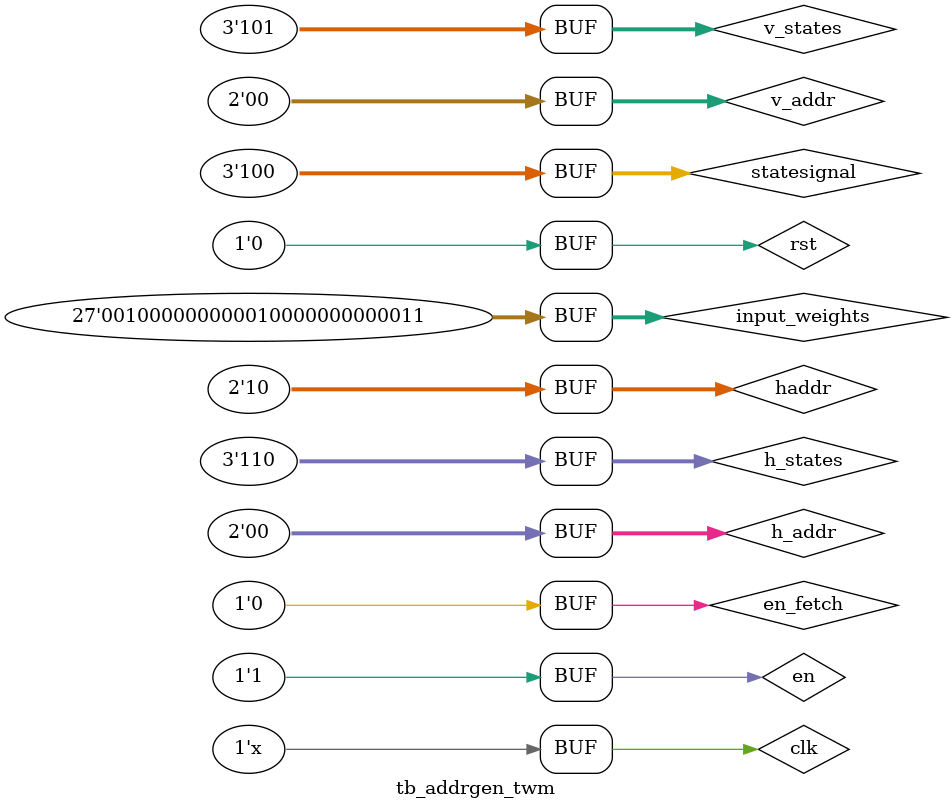
<source format=sv>

`timescale 1ns / 1ps


module tb_addrgen_twm();
    
    logic clk;
    logic rst;
    logic en;
    logic [2:0] statesignal;
    logic [1:0] haddr;
    logic [1:0] haddr_ff;
    logic [1:0] v_addr;
    logic [1:0] h_addr;
    logic [26:0] input_weights;
    logic [26:0] output_weights_vh;
    logic [26:0] output_weights_hv;
    logic [2:0] v_states;
    logic [2:0] h_states;
    logic en_fetch;
    logic [1:0] addr_fetch;
    logic empty_fifo;

    addr_gen t_addrgen (clk,rst,en,statesignal,v_states,h_states,en_fetch,addr_fetch,empty_fifo);
    t_mem t_memory (clk,rst,en,statesignal,v_addr,h_addr,input_weights,output_weights_vh,output_weights_hv);

    always begin
        #5 clk <=~clk;
    end 

    initial begin
        clk<=0;
        rst<=1;
        en<=0;
        statesignal <= 3'b000;
        v_states <= 3'b101;
        h_states <= 3'b110;
        haddr <= 2'b00;
        input_weights<=27'h1002003;
        #20 rst<=0;
        #10 en<=1;
        #10 statesignal <= 3'b001;
        #10 haddr <= 2'b01;
        #10 haddr <= 2'b10;
        #10 statesignal <= 3'b101;
        #30 statesignal <= 3'b010;
        #50 statesignal <= 3'b111;
        #30 statesignal <= 3'b011;
        #50 statesignal <= 3'b100;

    end

    assign en_fetch = ((statesignal == 3'b010 || statesignal == 3'b011) && (empty_fifo==0));
    assign h_addr = (statesignal == 3'b001)?haddr:(statesignal == 3'b011)?addr_fetch:0;
    assign v_addr = (statesignal == 3'b010)?addr_fetch:0;

endmodule
</source>
